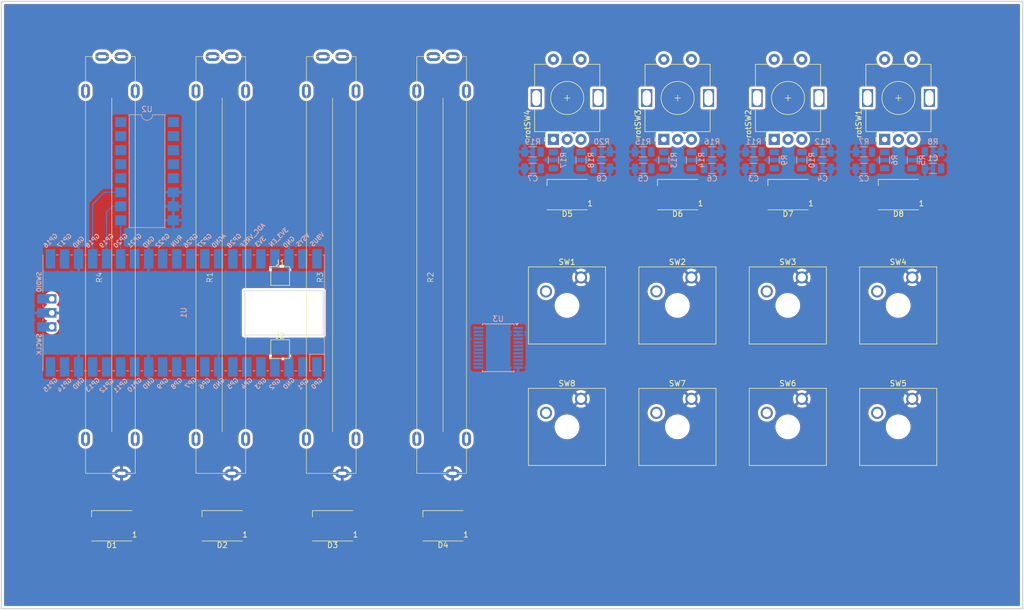
<source format=kicad_pcb>
(kicad_pcb (version 20240108) (generator "pcbnew") (generator_version "8.0")
  (layers (0 "F.Cu" signal) (31 "B.Cu" signal) (34 "B.Paste" user) (35 "F.Paste" user) (36 "B.SilkS" user "B.Silkscreen") (37 "F.SilkS" user "F.Silkscreen") (38 "B.Mask" user) (39 "F.Mask" user) (44 "Edge.Cuts" user))
  (net 0 "")
  (net 1 "Net-(U2-A0)")
  (net 2 "Net-(U2-A1)")
  (net 3 "Net-(U2-A2)")
  (net 4 "Net-(U2-A3)")
  (net 5 "Rotary_SW_CLK_1")
  (net 8 "Rotary_SW_DATA_1")
  (net 9 "GND")
  (net 11 "ADC_MUL_PLEX_GPIO_1")
  (net 12 "Rotary_SW_DATA_2")
  (net 13 "3.3 V")
  (net 15 "Rotary_SW_CLK_2")
  (net 17 "Rotary_SW_DATA_3")
  (net 20 "Rotary_SW_CLK_3")
  (net 21 "Rotary_SW_DATA_4")
  (net 22 "ADC_MUL_PLEX_GPIO_2")
  (net 23 "Rotary_SW_CLK_4")
  (net 25 "Net-(D1-DOUT)")
  (net 26 "5 V")
  (net 27 "ADC_PIN")
  (net 28 "WS2812_GPIO")
  (net 29 "ADC_MUL_PLEX_GPIO_0")
  (net 31 "Net-(D2-DOUT)")
  (net 32 "Net-(D3-DOUT)")
  (net 33 "Net-(D4-DOUT)")
  (net 35 "Net-(D5-DOUT)")
  (net 37 "Net-(D6-DOUT)")
  (net 44 "Net-(D7-DOUT)")
  (net 46 "Net-(R5-Pad2)")
  (net 47 "Net-(R6-Pad2)")
  (net 48 "Net-(R11-Pad1)")
  (net 49 "Net-(R10-Pad2)")
  (net 50 "Net-(R13-Pad2)")
  (net 51 "Net-(R14-Pad2)")
  (net 52 "Net-(R17-Pad2)")
  (net 53 "Net-(R18-Pad2)")
  (net 54 "Rotary_SW_Button_1")
  (net 55 "Rotary_SW_Button_2")
  (net 56 "Rotary_SW_Button_3")
  (net 57 "Rotary_SW_Button_4")
  (net 58 "Net-(U3-P0)")
  (net 59 "Net-(U3-P1)")
  (net 60 "Net-(U3-P2)")
  (net 61 "Net-(U3-P3)")
  (net 62 "Net-(U3-P4)")
  (net 63 "Net-(U3-P5)")
  (net 64 "Net-(U3-P6)")
  (net 65 "Net-(U3-P7)")
  (net 66 "IO_EXPANDER_INT")
  (net 67 "IO_EXPANDER_SCL")
  (net 68 "IO_EXPANDER_SDA")
  (footprint "LED_SMD:LED_WS2812B_PLCC4_5.0x5.0mm_P3.2mm" (layer "F.Cu") (at 142.5 85 180)
    (property "Reference" "D6" (at 0 -3.5 0) (layer "F.SilkS"))
    (property "Value" "WS2812B")
    (fp_text user "1" (at -4.15 -1.6 0) (layer "F.SilkS"))
    (pad "1" smd rect (at -2.45 -1.65 180) (size 1.5 0.9) (layers "F.Cu" "F.Paste" "F.Mask") (net 26 "5 V"))
    (pad "2" smd rect (at -2.45 1.65 180) (size 1.5 0.9) (layers "F.Cu" "F.Paste" "F.Mask") (net 37 "Net-(D6-DOUT)"))
    (pad "3" smd rect (at 2.45 1.65 180) (size 1.5 0.9) (layers "F.Cu" "F.Paste" "F.Mask") (net 9 "GND"))
    (pad "4" smd rect (at 2.45 -1.65 180) (size 1.5 0.9) (layers "F.Cu" "F.Paste" "F.Mask") (net 35 "Net-(D5-DOUT)"))
  )
  (footprint "LED_SMD:LED_WS2812B_PLCC4_5.0x5.0mm_P3.2mm" (layer "F.Cu") (at 182.5 85 180)
    (property "Reference" "D8" (at 0 -3.5 0) (layer "F.SilkS"))
    (property "Value" "WS2812B")
    (fp_text user "1" (at -4.15 -1.6 0) (layer "F.SilkS"))
    (pad "1" smd rect (at -2.45 -1.65 180) (size 1.5 0.9) (layers "F.Cu" "F.Paste" "F.Mask") (net 26 "5 V"))
    (pad "2" smd rect (at -2.45 1.65 180) (size 1.5 0.9) (layers "F.Cu" "F.Paste" "F.Mask"))
    (pad "3" smd rect (at 2.45 1.65 180) (size 1.5 0.9) (layers "F.Cu" "F.Paste" "F.Mask") (net 9 "GND"))
    (pad "4" smd rect (at 2.45 -1.65 180) (size 1.5 0.9) (layers "F.Cu" "F.Paste" "F.Mask") (net 44 "Net-(D7-DOUT)"))
  )
  (footprint "Button_Switch_Keyboard:SW_Cherry_MX_1.00u_Plate" (layer "F.Cu") (at 125 122)
    (property "Reference" "SW8" (at -2.54 -2.794 0) (layer "F.SilkS"))
    (property "Value" "SW_Push")
    (pad "" np_thru_hole circle (at -2.54 5.08) (size 4 4) (drill 4) (layers "*.Cu" "*.Mask"))
    (pad "1" thru_hole circle (at 0 0) (size 2.2 2.2) (drill 1.5) (layers "*.Cu" "*.Mask") (net 9 "GND"))
    (pad "2" thru_hole circle (at -6.35 2.54) (size 2.2 2.2) (drill 1.5) (layers "*.Cu" "*.Mask") (net 65 "Net-(U3-P7)"))
  )
  (footprint "LED_SMD:LED_WS2812B_PLCC4_5.0x5.0mm_P3.2mm" (layer "F.Cu") (at 162.5 85 180)
    (property "Reference" "D7" (at 0 -3.5 0) (layer "F.SilkS"))
    (property "Value" "WS2812B")
    (fp_text user "1" (at -4.15 -1.6 0) (layer "F.SilkS"))
    (pad "1" smd rect (at -2.45 -1.65 180) (size 1.5 0.9) (layers "F.Cu" "F.Paste" "F.Mask") (net 26 "5 V"))
    (pad "2" smd rect (at -2.45 1.65 180) (size 1.5 0.9) (layers "F.Cu" "F.Paste" "F.Mask") (net 44 "Net-(D7-DOUT)"))
    (pad "3" smd rect (at 2.45 1.65 180) (size 1.5 0.9) (layers "F.Cu" "F.Paste" "F.Mask") (net 9 "GND"))
    (pad "4" smd rect (at 2.45 -1.65 180) (size 1.5 0.9) (layers "F.Cu" "F.Paste" "F.Mask") (net 37 "Net-(D6-DOUT)"))
  )
  (footprint "Rotary_Encoder:RotaryEncoder_Alps_EC11E-Switch_Vertical_H20mm" (layer "F.Cu") (at 122.5 67.5 90)
    (property "Reference" "rotSW4" (at -4.7 -7.2 90) (layer "F.SilkS"))
    (property "Value" "RotaryEncoder_Switch")
    (pad "A" thru_hole rect (at -7.5 -2.5 90) (size 2 2) (drill 1) (layers "*.Cu" "*.Mask") (net 52 "Net-(R17-Pad2)"))
    (pad "B" thru_hole circle (at -7.5 2.5 90) (size 2 2) (drill 1) (layers "*.Cu" "*.Mask") (net 53 "Net-(R18-Pad2)"))
    (pad "C" thru_hole circle (at -7.5 0 90) (size 2 2) (drill 1) (layers "*.Cu" "*.Mask") (net 13 "3.3 V"))
    (pad "MP" thru_hole rect (at 0 -5.6 90) (size 3.2 2) (drill oval 2.8 1.5) (layers "*.Cu" "*.Mask"))
    (pad "MP" thru_hole rect (at 0 5.6 90) (size 3.2 2) (drill oval 2.8 1.5) (layers "*.Cu" "*.Mask"))
    (pad "S1" thru_hole circle (at 7 2.5 90) (size 2 2) (drill 1) (layers "*.Cu" "*.Mask") (net 13 "3.3 V"))
    (pad "S2" thru_hole circle (at 7 -2.5 90) (size 2 2) (drill 1) (layers "*.Cu" "*.Mask") (net 57 "Rotary_SW_Button_4"))
  )
  (footprint "Potentiometer:Linear_Potentiometer" (layer "F.Cu") (at 80 60)
    (property "Reference" "R3" (at -2.25 40 90) (layer "F.SilkS") (effects (font (thickness 0.1))))
    (property "Value" "10k")
    (pad "0" thru_hole oval (at -4.75 6.25 180) (size 1.6 2.6) (drill oval 0.6 1.6) (layers "*.Cu" "*.Mask"))
    (pad "0" thru_hole oval (at -4.75 69.25 180) (size 1.6 2.6) (drill oval 0.6 1.6) (layers "*.Cu" "*.Mask"))
    (pad "0" thru_hole oval (at 4.25 6.25 180) (size 1.6 2.6) (drill oval 0.6 1.6) (layers "*.Cu" "*.Mask"))
    (pad "0" thru_hole oval (at 4.25 69.25 180) (size 1.6 2.6) (drill oval 0.6 1.6) (layers "*.Cu" "*.Mask"))
    (pad "1" thru_hole oval (at 1.75 0) (size 2.5 1.6) (drill oval 1.5 0.6) (layers "*.Cu" "*.Mask") (net 13 "3.3 V"))
    (pad "2" thru_hole oval (at -1.75 0) (size 2.5 1.6) (drill oval 1.5 0.6) (layers "*.Cu" "*.Mask") (net 3 "Net-(U2-A2)"))
    (pad "3" thru_hole oval (at 1.75 75.5) (size 2.5 1.6) (drill oval 1.5 0.6) (layers "*.Cu" "*.Mask") (net 9 "GND"))
  )
  (footprint "Button_Switch_Keyboard:SW_Cherry_MX_1.00u_Plate" (layer "F.Cu") (at 125 100)
    (property "Reference" "SW1" (at -2.54 -2.794 0) (layer "F.SilkS"))
    (property "Value" "SW_Push")
    (pad "" np_thru_hole circle (at -2.54 5.08) (size 4 4) (drill 4) (layers "*.Cu" "*.Mask"))
    (pad "1" thru_hole circle (at 0 0) (size 2.2 2.2) (drill 1.5) (layers "*.Cu" "*.Mask") (net 9 "GND"))
    (pad "2" thru_hole circle (at -6.35 2.54) (size 2.2 2.2) (drill 1.5) (layers "*.Cu" "*.Mask") (net 58 "Net-(U3-P0)"))
  )
  (footprint "TestPoint:TestPoint_Pad_3.0x3.0mm" (layer "F.Cu") (at 70.5 99.75)
    (property "Reference" "J1" (at 0 -2.398 0) (layer "F.SilkS"))
    (property "Value" "Conn_01x01_Pin")
    (pad "1" smd rect (at 0 0) (size 3 3) (layers "F.Cu" "F.Mask") (net 26 "5 V"))
  )
  (footprint "Button_Switch_Keyboard:SW_Cherry_MX_1.00u_Plate" (layer "F.Cu") (at 145 100)
    (property "Reference" "SW2" (at -2.54 -2.794 0) (layer "F.SilkS"))
    (property "Value" "SW_Push")
    (pad "" np_thru_hole circle (at -2.54 5.08) (size 4 4) (drill 4) (layers "*.Cu" "*.Mask"))
    (pad "1" thru_hole circle (at 0 0) (size 2.2 2.2) (drill 1.5) (layers "*.Cu" "*.Mask") (net 9 "GND"))
    (pad "2" thru_hole circle (at -6.35 2.54) (size 2.2 2.2) (drill 1.5) (layers "*.Cu" "*.Mask") (net 59 "Net-(U3-P1)"))
  )
  (footprint "LED_SMD:LED_WS2812B_PLCC4_5.0x5.0mm_P3.2mm" (layer "F.Cu") (at 60 145 180)
    (property "Reference" "D2" (at 0 -3.5 0) (layer "F.SilkS"))
    (property "Value" "WS2812B")
    (fp_text user "1" (at -4.15 -1.6 0) (layer "F.SilkS"))
    (pad "1" smd rect (at -2.45 -1.65 180) (size 1.5 0.9) (layers "F.Cu" "F.Paste" "F.Mask") (net 26 "5 V"))
    (pad "2" smd rect (at -2.45 1.65 180) (size 1.5 0.9) (layers "F.Cu" "F.Paste" "F.Mask") (net 31 "Net-(D2-DOUT)"))
    (pad "3" smd rect (at 2.45 1.65 180) (size 1.5 0.9) (layers "F.Cu" "F.Paste" "F.Mask") (net 9 "GND"))
    (pad "4" smd rect (at 2.45 -1.65 180) (size 1.5 0.9) (layers "F.Cu" "F.Paste" "F.Mask") (net 25 "Net-(D1-DOUT)"))
  )
  (footprint "Button_Switch_Keyboard:SW_Cherry_MX_1.00u_Plate" (layer "F.Cu") (at 165 122)
    (property "Reference" "SW6" (at -2.54 -2.794 0) (layer "F.SilkS"))
    (property "Value" "SW_Push")
    (pad "" np_thru_hole circle (at -2.54 5.08) (size 4 4) (drill 4) (layers "*.Cu" "*.Mask"))
    (pad "1" thru_hole circle (at 0 0) (size 2.2 2.2) (drill 1.5) (layers "*.Cu" "*.Mask") (net 9 "GND"))
    (pad "2" thru_hole circle (at -6.35 2.54) (size 2.2 2.2) (drill 1.5) (layers "*.Cu" "*.Mask") (net 63 "Net-(U3-P5)"))
  )
  (footprint "TestPoint:TestPoint_Pad_3.0x3.0mm" (layer "F.Cu") (at 70.5 113)
    (property "Reference" "J2" (at 0 -2.398 0) (layer "F.SilkS"))
    (property "Value" "Conn_01x01_Pin")
    (pad "1" smd rect (at 0 0) (size 3 3) (layers "F.Cu" "F.Mask") (net 9 "GND"))
  )
  (footprint "Potentiometer:Linear_Potentiometer" (layer "F.Cu") (at 100 60)
    (property "Reference" "R2" (at -2.25 40 90) (layer "F.SilkS") (effects (font (thickness 0.1))))
    (property "Value" "10k")
    (pad "0" thru_hole oval (at -4.75 6.25 180) (size 1.6 2.6) (drill oval 0.6 1.6) (layers "*.Cu" "*.Mask"))
    (pad "0" thru_hole oval (at -4.75 69.25 180) (size 1.6 2.6) (drill oval 0.6 1.6) (layers "*.Cu" "*.Mask"))
    (pad "0" thru_hole oval (at 4.25 6.25 180) (size 1.6 2.6) (drill oval 0.6 1.6) (layers "*.Cu" "*.Mask"))
    (pad "0" thru_hole oval (at 4.25 69.25 180) (size 1.6 2.6) (drill oval 0.6 1.6) (layers "*.Cu" "*.Mask"))
    (pad "1" thru_hole oval (at 1.75 0) (size 2.5 1.6) (drill oval 1.5 0.6) (layers "*.Cu" "*.Mask") (net 13 "3.3 V"))
    (pad "2" thru_hole oval (at -1.75 0) (size 2.5 1.6) (drill oval 1.5 0.6) (layers "*.Cu" "*.Mask") (net 2 "Net-(U2-A1)"))
    (pad "3" thru_hole oval (at 1.75 75.5) (size 2.5 1.6) (drill oval 1.5 0.6) (layers "*.Cu" "*.Mask") (net 9 "GND"))
  )
  (footprint "Rotary_Encoder:RotaryEncoder_Alps_EC11E-Switch_Vertical_H20mm" (layer "F.Cu") (at 182.5 67.5 90)
    (property "Reference" "rotSW1" (at -4.7 -7.2 90) (layer "F.SilkS"))
    (property "Value" "RotaryEncoder_Switch")
    (pad "A" thru_hole rect (at -7.5 -2.5 90) (size 2 2) (drill 1) (layers "*.Cu" "*.Mask") (net 47 "Net-(R6-Pad2)"))
    (pad "B" thru_hole circle (at -7.5 2.5 90) (size 2 2) (drill 1) (layers "*.Cu" "*.Mask") (net 46 "Net-(R5-Pad2)"))
    (pad "C" thru_hole circle (at -7.5 0 90) (size 2 2) (drill 1) (layers "*.Cu" "*.Mask") (net 13 "3.3 V"))
    (pad "MP" thru_hole rect (at 0 -5.6 90) (size 3.2 2) (drill oval 2.8 1.5) (layers "*.Cu" "*.Mask"))
    (pad "MP" thru_hole rect (at 0 5.6 90) (size 3.2 2) (drill oval 2.8 1.5) (layers "*.Cu" "*.Mask"))
    (pad "S1" thru_hole circle (at 7 2.5 90) (size 2 2) (drill 1) (layers "*.Cu" "*.Mask") (net 13 "3.3 V"))
    (pad "S2" thru_hole circle (at 7 -2.5 90) (size 2 2) (drill 1) (layers "*.Cu" "*.Mask") (net 54 "Rotary_SW_Button_1"))
  )
  (footprint "Button_Switch_Keyboard:SW_Cherry_MX_1.00u_Plate" (layer "F.Cu") (at 185 100)
    (property "Reference" "SW4" (at -2.54 -2.794 0) (layer "F.SilkS"))
    (property "Value" "SW_Push")
    (pad "" np_thru_hole circle (at -2.54 5.08) (size 4 4) (drill 4) (layers "*.Cu" "*.Mask"))
    (pad "1" thru_hole circle (at 0 0) (size 2.2 2.2) (drill 1.5) (layers "*.Cu" "*.Mask") (net 9 "GND"))
    (pad "2" thru_hole circle (at -6.35 2.54) (size 2.2 2.2) (drill 1.5) (layers "*.Cu" "*.Mask") (net 61 "Net-(U3-P3)"))
  )
  (footprint "Rotary_Encoder:RotaryEncoder_Alps_EC11E-Switch_Vertical_H20mm" (layer "F.Cu") (at 142.5 67.5 90)
    (property "Reference" "rotSW3" (at -4.7 -7.2 90) (layer "F.SilkS"))
    (property "Value" "RotaryEncoder_Switch")
    (pad "A" thru_hole rect (at -7.5 -2.5 90) (size 2 2) (drill 1) (layers "*.Cu" "*.Mask") (net 50 "Net-(R13-Pad2)"))
    (pad "B" thru_hole circle (at -7.5 2.5 90) (size 2 2) (drill 1) (layers "*.Cu" "*.Mask") (net 51 "Net-(R14-Pad2)"))
    (pad "C" thru_hole circle (at -7.5 0 90) (size 2 2) (drill 1) (layers "*.Cu" "*.Mask") (net 13 "3.3 V"))
    (pad "MP" thru_hole rect (at 0 -5.6 90) (size 3.2 2) (drill oval 2.8 1.5) (layers "*.Cu" "*.Mask"))
    (pad "MP" thru_hole rect (at 0 5.6 90) (size 3.2 2) (drill oval 2.8 1.5) (layers "*.Cu" "*.Mask"))
    (pad "S1" thru_hole circle (at 7 2.5 90) (size 2 2) (drill 1) (layers "*.Cu" "*.Mask") (net 13 "3.3 V"))
    (pad "S2" thru_hole circle (at 7 -2.5 90) (size 2 2) (drill 1) (layers "*.Cu" "*.Mask") (net 56 "Rotary_SW_Button_3"))
  )
  (footprint "LED_SMD:LED_WS2812B_PLCC4_5.0x5.0mm_P3.2mm" (layer "F.Cu") (at 80 145 180)
    (property "Reference" "D3" (at 0 -3.5 0) (layer "F.SilkS"))
    (property "Value" "WS2812B")
    (fp_text user "1" (at -4.15 -1.6 0) (layer "F.SilkS"))
    (pad "1" smd rect (at -2.45 -1.65 180) (size 1.5 0.9) (layers "F.Cu" "F.Paste" "F.Mask") (net 26 "5 V"))
    (pad "2" smd rect (at -2.45 1.65 180) (size 1.5 0.9) (layers "F.Cu" "F.Paste" "F.Mask") (net 32 "Net-(D3-DOUT)"))
    (pad "3" smd rect (at 2.45 1.65 180) (size 1.5 0.9) (layers "F.Cu" "F.Paste" "F.Mask") (net 9 "GND"))
    (pad "4" smd rect (at 2.45 -1.65 180) (size 1.5 0.9) (layers "F.Cu" "F.Paste" "F.Mask") (net 31 "Net-(D2-DOUT)"))
  )
  (footprint "LED_SMD:LED_WS2812B_PLCC4_5.0x5.0mm_P3.2mm" (layer "F.Cu") (at 100 145 180)
    (property "Reference" "D4" (at 0 -3.5 0) (layer "F.SilkS"))
    (property "Value" "WS2812B")
    (fp_text user "1" (at -4.15 -1.6 0) (layer "F.SilkS"))
    (pad "1" smd rect (at -2.45 -1.65 180) (size 1.5 0.9) (layers "F.Cu" "F.Paste" "F.Mask") (net 26 "5 V"))
    (pad "2" smd rect (at -2.45 1.65 180) (size 1.5 0.9) (layers "F.Cu" "F.Paste" "F.Mask") (net 33 "Net-(D4-DOUT)"))
    (pad "3" smd rect (at 2.45 1.65 180) (size 1.5 0.9) (layers "F.Cu" "F.Paste" "F.Mask") (net 9 "GND"))
    (pad "4" smd rect (at 2.45 -1.65 180) (size 1.5 0.9) (layers "F.Cu" "F.Paste" "F.Mask") (net 32 "Net-(D3-DOUT)"))
  )
  (footprint "Potentiometer:Linear_Potentiometer" (layer "F.Cu") (at 40 60)
    (property "Reference" "R4" (at -2.25 40 90) (layer "F.SilkS") (effects (font (thickness 0.1))))
    (property "Value" "10k")
    (pad "0" thru_hole oval (at -4.75 6.25 180) (size 1.6 2.6) (drill oval 0.6 1.6) (layers "*.Cu" "*.Mask"))
    (pad "0" thru_hole oval (at -4.75 69.25 180) (size 1.6 2.6) (drill oval 0.6 1.6) (layers "*.Cu" "*.Mask"))
    (pad "0" thru_hole oval (at 4.25 6.25 180) (size 1.6 2.6) (drill oval 0.6 1.6) (layers "*.Cu" "*.Mask"))
    (pad "0" thru_hole oval (at 4.25 69.25 180) (size 1.6 2.6) (drill oval 0.6 1.6) (layers "*.Cu" "*.Mask"))
    (pad "1" thru_hole oval (at 1.75 0) (size 2.5 1.6) (drill oval 1.5 0.6) (layers "*.Cu" "*.Mask") (net 13 "3.3 V"))
    (pad "2" thru_hole oval (at -1.75 0) (size 2.5 1.6) (drill oval 1.5 0.6) (layers "*.Cu" "*.Mask") (net 4 "Net-(U2-A3)"))
    (pad "3" thru_hole oval (at 1.75 75.5) (size 2.5 1.6) (drill oval 1.5 0.6) (layers "*.Cu" "*.Mask") (net 9 "GND"))
  )
  (footprint "Button_Switch_Keyboard:SW_Cherry_MX_1.00u_Plate" (layer "F.Cu") (at 145 122)
    (property "Reference" "SW7" (at -2.54 -2.794 0) (layer "F.SilkS"))
    (property "Value" "SW_Push")
    (pad "" np_thru_hole circle (at -2.54 5.08) (size 4 4) (drill 4) (layers "*.Cu" "*.Mask"))
    (pad "1" thru_hole circle (at 0 0) (size 2.2 2.2) (drill 1.5) (layers "*.Cu" "*.Mask") (net 9 "GND"))
    (pad "2" thru_hole circle (at -6.35 2.54) (size 2.2 2.2) (drill 1.5) (layers "*.Cu" "*.Mask") (net 64 "Net-(U3-P6)"))
  )
  (footprint "LED_SMD:LED_WS2812B_PLCC4_5.0x5.0mm_P3.2mm" (layer "F.Cu") (at 40 145 180)
    (property "Reference" "D1" (at 0 -3.5 0) (layer "F.SilkS"))
    (property "Value" "WS2812B")
    (fp_text user "1" (at -4.15 -1.6 0) (layer "F.SilkS"))
    (pad "1" smd rect (at -2.45 -1.65 180) (size 1.5 0.9) (layers "F.Cu" "F.Paste" "F.Mask") (net 26 "5 V"))
    (pad "2" smd rect (at -2.45 1.65 180) (size 1.5 0.9) (layers "F.Cu" "F.Paste" "F.Mask") (net 25 "Net-(D1-DOUT)"))
    (pad "3" smd rect (at 2.45 1.65 180) (size 1.5 0.9) (layers "F.Cu" "F.Paste" "F.Mask") (net 9 "GND"))
    (pad "4" smd rect (at 2.45 -1.65 180) (size 1.5 0.9) (layers "F.Cu" "F.Paste" "F.Mask") (net 28 "WS2812_GPIO"))
  )
  (footprint "LED_SMD:LED_WS2812B_PLCC4_5.0x5.0mm_P3.2mm" (layer "F.Cu") (at 122.5 85 180)
    (property "Reference" "D5" (at 0 -3.5 0) (layer "F.SilkS"))
    (property "Value" "WS2812B")
    (fp_text user "1" (at -4.15 -1.6 0) (layer "F.SilkS"))
    (pad "1" smd rect (at -2.45 -1.65 180) (size 1.5 0.9) (layers "F.Cu" "F.Paste" "F.Mask") (net 26 "5 V"))
    (pad "2" smd rect (at -2.45 1.65 180) (size 1.5 0.9) (layers "F.Cu" "F.Paste" "F.Mask") (net 35 "Net-(D5-DOUT)"))
    (pad "3" smd rect (at 2.45 1.65 180) (size 1.5 0.9) (layers "F.Cu" "F.Paste" "F.Mask") (net 9 "GND"))
    (pad "4" smd rect (at 2.45 -1.65 180) (size 1.5 0.9) (layers "F.Cu" "F.Paste" "F.Mask") (net 33 "Net-(D4-DOUT)"))
  )
  (footprint "Rotary_Encoder:RotaryEncoder_Alps_EC11E-Switch_Vertical_H20mm" (layer "F.Cu") (at 162.5 67.5 90)
    (property "Reference" "rotSW2" (at -4.7 -7.2 90) (layer "F.SilkS"))
    (property "Value" "RotaryEncoder_Switch")
    (pad "A" thru_hole rect (at -7.5 -2.5 90) (size 2 2) (drill 1) (layers "*.Cu" "*.Mask") (net 48 "Net-(R11-Pad1)"))
    (pad "B" thru_hole circle (at -7.5 2.5 90) (size 2 2) (drill 1) (layers "*.Cu" "*.Mask") (net 49 "Net-(R10-Pad2)"))
    (pad "C" thru_hole circle (at -7.5 0 90) (size 2 2) (drill 1) (layers "*.Cu" "*.Mask") (net 13 "3.3 V"))
    (pad "MP" thru_hole rect (at 0 -5.6 90) (size 3.2 2) (drill oval 2.8 1.5) (layers "*.Cu" "*.Mask"))
    (pad "MP" thru_hole rect (at 0 5.6 90) (size 3.2 2) (drill oval 2.8 1.5) (layers "*.Cu" "*.Mask"))
    (pad "S1" thru_hole circle (at 7 2.5 90) (size 2 2) (drill 1) (layers "*.Cu" "*.Mask") (net 13 "3.3 V"))
    (pad "S2" thru_hole circle (at 7 -2.5 90) (size 2 2) (drill 1) (layers "*.Cu" "*.Mask") (net 55 "Rotary_SW_Button_2"))
  )
  (footprint "Potentiometer:Linear_Potentiometer" (layer "F.Cu") (at 60 60)
    (property "Reference" "R1" (at -2.25 40 90) (layer "F.SilkS") (effects (font (thickness 0.1))))
    (property "Value" "10k")
    (pad "0" thru_hole oval (at -4.75 6.25 180) (size 1.6 2.6) (drill oval 0.6 1.6) (layers "*.Cu" "*.Mask"))
    (pad "0" thru_hole oval (at -4.75 69.25 180) (size 1.6 2.6) (drill oval 0.6 1.6) (layers "*.Cu" "*.Mask"))
    (pad "0" thru_hole oval (at 4.25 6.25 180) (size 1.6 2.6) (drill oval 0.6 1.6) (layers "*.Cu" "*.Mask"))
    (pad "0" thru_hole oval (at 4.25 69.25 180) (size 1.6 2.6) (drill oval 0.6 1.6) (layers "*.Cu" "*.Mask"))
    (pad "1" thru_hole oval (at 1.75 0) (size 2.5 1.6) (drill oval 1.5 0.6) (layers "*.Cu" "*.Mask") (net 13 "3.3 V"))
    (pad "2" thru_hole oval (at -1.75 0) (size 2.5 1.6) (drill oval 1.5 0.6) (layers "*.Cu" "*.Mask") (net 1 "Net-(U2-A0)"))
    (pad "3" thru_hole oval (at 1.75 75.5) (size 2.5 1.6) (drill oval 1.5 0.6) (layers "*.Cu" "*.Mask") (net 9 "GND"))
  )
  (footprint "Button_Switch_Keyboard:SW_Cherry_MX_1.00u_Plate" (layer "F.Cu") (at 185 122)
    (property "Reference" "SW5" (at -2.54 -2.794 0) (layer "F.SilkS"))
    (property "Value" "SW_Push")
    (pad "" np_thru_hole circle (at -2.54 5.08) (size 4 4) (drill 4) (layers "*.Cu" "*.Mask"))
    (pad "1" thru_hole circle (at 0 0) (size 2.2 2.2) (drill 1.5) (layers "*.Cu" "*.Mask") (net 9 "GND"))
    (pad "2" thru_hole circle (at -6.35 2.54) (size 2.2 2.2) (drill 1.5) (layers "*.Cu" "*.Mask") (net 62 "Net-(U3-P4)"))
  )
  (footprint "Button_Switch_Keyboard:SW_Cherry_MX_1.00u_Plate" (layer "F.Cu") (at 165 100)
    (property "Reference" "SW3" (at -2.54 -2.794 0) (layer "F.SilkS"))
    (property "Value" "SW_Push")
    (pad "" np_thru_hole circle (at -2.54 5.08) (size 4 4) (drill 4) (layers "*.Cu" "*.Mask"))
    (pad "1" thru_hole circle (at 0 0) (size 2.2 2.2) (drill 1.5) (layers "*.Cu" "*.Mask") (net 9 "GND"))
    (pad "2" thru_hole circle (at -6.35 2.54) (size 2.2 2.2) (drill 1.5) (layers "*.Cu" "*.Mask") (net 60 "Net-(U3-P2)"))
  )
  (footprint "Capacitor_SMD:C_1206_3216Metric" (layer "B.Cu") (at 148.75 80.25)
    (property "Reference" "C6" (at 0 1.85 0) (layer "B.SilkS") (effects (justify mirror)))
    (property "Value" "C")
    (pad "1" smd roundrect (at -1.475 0) (size 1.15 1.8) (layers "B.Cu" "B.Paste" "B.Mask") (roundrect_rratio 0.217391) (net 20 "Rotary_SW_CLK_3"))
    (pad "2" smd roundrect (at 1.475 0) (size 1.15 1.8) (layers "B.Cu" "B.Paste" "B.Mask") (roundrect_rratio 0.217391) (net 9 "GND"))
  )
  (footprint "Resistor_SMD:R_1206_3216Metric" (layer "B.Cu") (at 136.25 77.25 180)
    (property "Reference" "R15" (at 0 1.82 0) (layer "B.SilkS") (effects (justify mirror)))
    (property "Value" "R")
    (pad "1" smd roundrect (at -1.4625 0 180) (size 1.125 1.75) (layers "B.Cu" "B.Paste" "B.Mask") (roundrect_rratio 0.222222) (net 50 "Net-(R13-Pad2)"))
    (pad "2" smd roundrect (at 1.4625 0 180) (size 1.125 1.75) (layers "B.Cu" "B.Paste" "B.Mask") (roundrect_rratio 0.222222) (net 9 "GND"))
  )
  (footprint "Capacitor_SMD:C_1206_3216Metric" (layer "B.Cu") (at 188.75 80.25 180)
    (property "Reference" "C1" (at 0 1.85 0) (layer "B.SilkS") (effects (justify mirror)))
    (property "Value" "C")
    (pad "1" smd roundrect (at -1.475 0 180) (size 1.15 1.8) (layers "B.Cu" "B.Paste" "B.Mask") (roundrect_rratio 0.217391) (net 5 "Rotary_SW_CLK_1"))
    (pad "2" smd roundrect (at 1.475 0 180) (size 1.15 1.8) (layers "B.Cu" "B.Paste" "B.Mask") (roundrect_rratio 0.217391) (net 9 "GND"))
  )
  (footprint "Resistor_SMD:R_1206_3216Metric" (layer "B.Cu") (at 168.75 77.25 180)
    (property "Reference" "R12" (at 0 1.82 0) (layer "B.SilkS") (effects (justify mirror)))
    (property "Value" "R")
    (pad "1" smd roundrect (at -1.4625 0 180) (size 1.125 1.75) (layers "B.Cu" "B.Paste" "B.Mask") (roundrect_rratio 0.222222) (net 9 "GND"))
    (pad "2" smd roundrect (at 1.4625 0 180) (size 1.125 1.75) (layers "B.Cu" "B.Paste" "B.Mask") (roundrect_rratio 0.222222) (net 49 "Net-(R10-Pad2)"))
  )
  (footprint "Resistor_SMD:R_1206_3216Metric" (layer "B.Cu") (at 188.75 77.25 180)
    (property "Reference" "R8" (at 0 1.82 0) (layer "B.SilkS") (effects (justify mirror)))
    (property "Value" "R")
    (pad "1" smd roundrect (at -1.4625 0 180) (size 1.125 1.75) (layers "B.Cu" "B.Paste" "B.Mask") (roundrect_rratio 0.222222) (net 9 "GND"))
    (pad "2" smd roundrect (at 1.4625 0 180) (size 1.125 1.75) (layers "B.Cu" "B.Paste" "B.Mask") (roundrect_rratio 0.222222) (net 46 "Net-(R5-Pad2)"))
  )
  (footprint "Resistor_SMD:R_1206_3216Metric" (layer "B.Cu") (at 116.25 77.25 180)
    (property "Reference" "R19" (at 0 1.82 0) (layer "B.SilkS") (effects (justify mirror)))
    (property "Value" "R")
    (pad "1" smd roundrect (at -1.4625 0 180) (size 1.125 1.75) (layers "B.Cu" "B.Paste" "B.Mask") (roundrect_rratio 0.222222) (net 52 "Net-(R17-Pad2)"))
    (pad "2" smd roundrect (at 1.4625 0 180) (size 1.125 1.75) (layers "B.Cu" "B.Paste" "B.Mask") (roundrect_rratio 0.222222) (net 9 "GND"))
  )
  (footprint "Resistor_SMD:R_1206_3216Metric" (layer "B.Cu") (at 185 78.75 90)
    (property "Reference" "R5" (at 0 1.82 90) (layer "B.SilkS") (effects (justify mirror)))
    (property "Value" "R")
    (pad "1" smd roundrect (at -1.4625 0 90) (size 1.125 1.75) (layers "B.Cu" "B.Paste" "B.Mask") (roundrect_rratio 0.222222) (net 5 "Rotary_SW_CLK_1"))
    (pad "2" smd roundrect (at 1.4625 0 90) (size 1.125 1.75) (layers "B.Cu" "B.Paste" "B.Mask") (roundrect_rratio 0.222222) (net 46 "Net-(R5-Pad2)"))
  )
  (footprint "MCU_RaspberryPi_and_Boards:RPi_Pico_SMD_TH" (layer "B.Cu") (at 53.03 106.425 90)
    (property "Reference" "U1" (at 0 0 -90) (layer "B.SilkS") (effects (justify mirror)))
    (property "Value" "Pico")
    (fp_rect (start 4 11) (end -4 25.25) (stroke (width 0.1)) (fill none) (layer "Edge.Cuts"))
    (fp_text user "GP17" (at 13.054 -21.59 45) (layer "B.SilkS") (effects (font (size 0.8 0.8)) (justify mirror)))
    (fp_text user "GP16" (at 13.054 -24.13 45) (layer "B.SilkS") (effects (font (size 0.8 0.8)) (justify mirror)))
    (fp_text user "GND" (at -12.8 -6.35 45) (layer "B.SilkS") (effects (font (size 0.8 0.8)) (justify mirror)))
    (fp_text user "GP4" (at -12.8 11.43 45) (layer "B.SilkS") (effects (font (size 0.8 0.8)) (justify mirror)))
    (fp_text user "ADC_VREF" (at 14 12.5 45) (layer "B.SilkS") (effects (font (size 0.8 0.8)) (justify mirror)))
    (fp_text user "GP21" (at 13.054 -8.9 45) (layer "B.SilkS") (effects (font (size 0.8 0.8)) (justify mirror)))
    (fp_text user "GP19" (at 13.054 -13.97 45) (layer "B.SilkS") (effects (font (size 0.8 0.8)) (justify mirror)))
    (fp_text user "GP14" (at -13.1 -21.59 45) (layer "B.SilkS") (effects (font (size 0.8 0.8)) (justify mirror)))
    (fp_text user "GND" (at 12.8 19.05 45) (layer "B.SilkS") (effects (font (size 0.8 0.8)) (justify mirror)))
    (fp_text user "AGND" (at 13.054 6.35 45) (layer "B.SilkS") (effects (font (size 0.8 0.8)) (justify mirror)))
    (fp_text user "VBUS" (at 13.3 24.2 45) (layer "B.SilkS") (effects (font (size 0.8 0.8)) (justify mirror)))
    (fp_text user "GP6" (at -12.8 3.81 45) (layer "B.SilkS") (effects (font (size 0.8 0.8)) (justify mirror)))
    (fp_text user "GP12" (at -13.2 -13.97 45) (layer "B.SilkS") (effects (font (size 0.8 0.8)) (justify mirror)))
    (fp_text user "GND" (at -12.8 6.35 45) (layer "B.SilkS") (effects (font (size 0.8 0.8)) (justify mirror)))
    (fp_text user "GP22" (at 13.054 -3.81 45) (layer "B.SilkS") (effects (font (size 0.8 0.8)) (justify mirror)))
    (fp_text user "GP5" (at -12.8 8.89 45) (layer "B.SilkS") (effects (font (size 0.8 0.8)) (justify mirror)))
    (fp_text user "GP9" (at -12.8 -3.81 45) (layer "B.SilkS") (effects (font (size 0.8 0.8)) (justify mirror)))
    (fp_text user "GND" (at 12.8 -19.05 45) (layer "B.SilkS") (effects (font (size 0.8 0.8)) (justify mirror)))
    (fp_text user "GND" (at -12.8 -19.05 45) (layer "B.SilkS") (effects (font (size 0.8 0.8)) (justify mirror)))
    (fp_text user "GP13" (at -13.054 -16.51 45) (layer "B.SilkS") (effects (font (size 0.8 0.8)) (justify mirror)))
    (fp_text user "RUN" (at 13 -1.27 45) (layer "B.SilkS") (effects (font (size 0.8 0.8)) (justify mirror)))
    (fp_text user "GP7" (at -12.7 1.3 45) (layer "B.SilkS") (effects (font (size 0.8 0.8)) (justify mirror)))
    (fp_text user "SWDIO" (at 5.6 -26.2 -90) (layer "B.SilkS") (effects (font (size 0.8 0.8)) (justify mirror)))
    (fp_text user "SWCLK" (at -5.7 -26.2 -90) (layer "B.SilkS") (effects (font (size 0.8 0.8)) (justify mirror)))
    (fp_text user "GP10" (at -13.054 -8.89 45) (layer "B.SilkS") (effects (font (size 0.8 0.8)) (justify mirror)))
    (fp_text user "GP3" (at -12.8 13.97 45) (layer "B.SilkS") (effects (font (size 0.8 0.8)) (justify mirror)))
    (fp_text user "3V3_EN" (at 13.7 17.2 45) (layer "B.SilkS") (effects (font (size 0.8 0.8)) (justify mirror)))
    (fp_text user "GP11" (at -13.2 -11.43 45) (layer "B.SilkS") (effects (font (size 0.8 0.8)) (justify mirror)))
    (fp_text user "GND" (at 12.8 -6.35 45) (layer "B.SilkS") (effects (font (size 0.8 0.8)) (justify mirror)))
    (fp_text user "GP15" (at -13.054 -24.13 45) (layer "B.SilkS") (effects (font (size 0.8 0.8)) (justify mirror)))
    (fp_text user "GP27" (at 13.054 3.8 45) (layer "B.SilkS") (effects (font (size 0.8 0.8)) (justify mirror)))
    (fp_text user "3V3" (at 12.9 13.9 45) (layer "B.SilkS") (effects (font (size 0.8 0.8)) (justify mirror)))
    (fp_text user "GP28" (at 13.054 9.144 45) (layer "B.SilkS") (effects (font (size 0.8 0.8)) (justify mirror)))
    (fp_text user "GP8" (at -12.8 -1.27 45) (layer "B.SilkS") (effects (font (size 0.8 0.8)) (justify mirror)))
    (fp_text user "GND" (at -12.8 19.05 45) (layer "B.SilkS") (effects (font (size 0.8 0.8)) (justify mirror)))
    (fp_text user "GP18" (at 13.054 -16.51 45) (layer "B.SilkS") (effects (font (size 0.8 0.8)) (justify mirror)))
    (fp_text user "GP0" (at -12.8 24.13 45) (layer "B.SilkS") (effects (font (size 0.8 0.8)) (justify mirror)))
    (fp_text user "GP2" (at -12.9 16.51 45) (layer "B.SilkS") (effects (font (size 0.8 0.8)) (justify mirror)))
    (fp_text user "GP1" (at -12.9 21.6 45) (layer "B.SilkS") (effects (font (size 0.8 0.8)) (justify mirror)))
    (fp_text user "GP26" (at 13.054 1.27 45) (layer "B.SilkS") (effects (font (size 0.8 0.8)) (justify mirror)))
    (fp_text user "VSYS" (at 13.2 21.59 45) (layer "B.SilkS") (effects (font (size 0.8 0.8)) (justify mirror)))
    (fp_text user "GP20" (at 13.054 -11.43 45) (layer "B.SilkS") (effects (font (size 0.8 0.8)) (justify mirror)))
    (pad "1" smd rect (at -8.89 24.13 90) (size 3.5 1.7) (drill (offset -0.9 0)) (layers "B.Cu" "B.Mask"))
    (pad "2" smd rect (at -8.89 21.59 90) (size 3.5 1.7) (drill (offset -0.9 0)) (layers "B.Cu" "B.Mask"))
    (pad "3" smd rect (at -8.89 19.05 90) (size 3.5 1.7) (drill (offset -0.9 0)) (layers "B.Cu" "B.Mask") (net 9 "GND"))
    (pad "4" smd rect (at -8.89 16.51 90) (size 3.5 1.7) (drill (offset -0.9 0)) (layers "B.Cu" "B.Mask") (net 5 "Rotary_SW_CLK_1"))
    (pad "5" smd rect (at -8.89 13.97 90) (size 3.5 1.7) (drill (offset -0.9 0)) (layers "B.Cu" "B.Mask") (net 8 "Rotary_SW_DATA_1"))
    (pad "6" smd rect (at -8.89 11.43 90) (size 3.5 1.7) (drill (offset -0.9 0)) (layers "B.Cu" "B.Mask") (net 54 "Rotary_SW_Button_1"))
    (pad "7" smd rect (at -8.89 8.89 90) (size 3.5 1.7) (drill (offset -0.9 0)) (layers "B.Cu" "B.Mask") (net 15 "Rotary_SW_CLK_2"))
    (pad "8" smd rect (at -8.89 6.35 90) (size 3.5 1.7) (drill (offset -0.9 0)) (layers "B.Cu" "B.Mask") (net 9 "GND"))
    (pad "9" smd rect (at -8.89 3.81 90) (size 3.5 1.7) (drill (offset -0.9 0)) (layers "B.Cu" "B.Mask") (net 12 "Rotary_SW_DATA_2"))
    (pad "10" smd rect (at -8.89 1.27 90) (size 3.5 1.7) (drill (offset -0.9 0)) (layers "B.Cu" "B.Mask") (net 55 "Rotary_SW_Button_2"))
    (pad "11" smd rect (at -8.89 -1.27 90) (size 3.5 1.7) (drill (offset -0.9 0)) (layers "B.Cu" "B.Mask") (net 20 "Rotary_SW_CLK_3"))
    (pad "12" smd rect (at -8.89 -3.81 90) (size 3.5 1.7) (drill (offset -0.9 0)) (layers "B.Cu" "B.Mask") (net 17 "Rotary_SW_DATA_3"))
    (pad "13" smd rect (at -8.89 -6.35 90) (size 3.5 1.7) (drill (offset -0.9 0)) (layers "B.Cu" "B.Mask") (net 9 "GND"))
    (pad "14" smd rect (at -8.89 -8.89 90) (size 3.5 1.7) (drill (offset -0.9 0)) (layers "B.Cu" "B.Mask") (net 56 "Rotary_SW_Button_3"))
    (pad "15" smd rect (at -8.89 -11.43 90) (size 3.5 1.7) (drill (offset -0.9 0)) (layers "B.Cu" "B.Mask") (net 23 "Rotary_SW_CLK_4"))
    (pad "16" smd rect (at -8.89 -13.97 90) (size 3.5 1.7) (drill (offset -0.9 0)) (layers "B.Cu" "B.Mask") (net 21 "Rotary_SW_DATA_4"))
    (pad "17" smd rect (at -8.89 -16.51 90) (size 3.5 1.7) (drill (offset -0.9 0)) (layers "B.Cu" "B.Mask") (net 57 "Rotary_SW_Button_4"))
    (pad "18" smd rect (at -8.89 -19.05 90) (size 3.5 1.7) (drill (offset -0.9 0)) (layers "B.Cu" "B.Mask") (net 9 "GND"))
    (pad "19" smd rect (at -8.89 -21.59 90) (size 3.5 1.7) (drill (offset -0.9 0)) (layers "B.Cu" "B.Mask"))
    (pad "20" smd rect (at -8.89 -24.13 90) (size 3.5 1.7) (drill (offset -0.9 0)) (layers "B.Cu" "B.Mask") (net 66 "IO_EXPANDER_INT"))
    (pad "21" smd rect (at 8.89 -24.13 90) (size 3.5 1.7) (drill (offset 0.9 0)) (layers "B.Cu" "B.Mask") (net 68 "IO_EXPANDER_SDA"))
    (pad "22" smd rect (at 8.89 -21.59 90) (size 3.5 1.7) (drill (offset 0.9 0)) (layers "B.Cu" "B.Mask") (net 67 "IO_EXPANDER_SCL"))
    (pad "23" smd rect (at 8.89 -19.05 90) (size 3.5 1.7) (drill (offset 0.9 0)) (layers "B.Cu" "B.Mask") (net 9 "GND"))
    (pad "24" smd rect (at 8.89 -16.51 90) (size 3.5 1.7) (drill (offset 0.9 0)) (layers "B.Cu" "B.Mask") (net 29 "ADC_MUL_PLEX_GPIO_0"))
    (pad "25" smd rect (at 8.89 -13.97 90) (size 3.5 1.7) (drill (offset 0.9 0)) (layers "B.Cu" "B.Mask") (net 11 "ADC_MUL_PLEX_GPIO_1"))
    (pad "26" smd rect (at 8.89 -11.43 90) (size 3.5 1.7) (drill (offset 0.9 0)) (layers "B.Cu" "B.Mask") (net 22 "ADC_MUL_PLEX_GPIO_2"))
    (pad "27" smd rect (at 8.89 -8.89 90) (size 3.5 1.7) (drill (offset 0.9 0)) (layers "B.Cu" "B.Mask"))
    (pad "28" smd rect (at 8.89 -6.35 90) (size 3.5 1.7) (drill (offset 0.9 0)) (layers "B.Cu" "B.Mask") (net 9 "GND"))
    (pad "29" smd rect (at 8.89 -3.81 90) (size 3.5 1.7) (drill (offset 0.9 0)) (layers "B.Cu" "B.Mask") (net 28 "WS2812_GPIO"))
    (pad "30" smd rect (at 8.89 -1.27 90) (size 3.5 1.7) (drill (offset 0.9 0)) (layers "B.Cu" "B.Mask"))
    (pad "31" smd rect (at 8.89 1.27 90) (size 3.5 1.7) (drill (offset 0.9 0)) (layers "B.Cu" "B.Mask") (net 27 "ADC_PIN"))
    (pad "32" smd rect (at 8.89 3.81 90) (size 3.5 1.7) (drill (offset 0.9 0)) (layers "B.Cu" "B.Mask"))
    (pad "33" smd rect (at 8.89 6.35 90) (size 3.5 1.7) (drill (offset 0.9 0)) (layers "B.Cu" "B.Mask"))
    (pad "34" smd rect (at 8.89 8.89 90) (size 3.5 1.7) (drill (offset 0.9 0)) (layers "B.Cu" "B.Mask"))
    (pad "35" smd rect (at 8.89 11.43 90) (size 3.5 1.7) (drill (offset 0.9 0)) (layers "B.Cu" "B.Mask"))
    (pad "36" smd rect (at 8.89 13.97 90) (size 3.5 1.7) (drill (offset 0.9 0)) (layers "B.Cu" "B.Mask") (net 13 "3.3 V"))
    (pad "37" smd rect (at 8.89 16.51 90) (size 3.5 1.7) (drill (offset 0.9 0)) (layers "B.Cu" "B.Mask"))
    (pad "38" smd rect (at 8.89 19.05 90) (size 3.5 1.7) (drill (offset 0.9 0)) (layers "B.Cu" "B.Mask") (net 9 "GND"))
    (pad "39" smd rect (at 8.89 21.59 90) (size 3.5 1.7) (drill (offset 0.9 0)) (layers "B.Cu" "B.Mask"))
    (pad "40" smd rect (at 8.89 24.13 90) (size 3.5 1.7) (drill (offset 0.9 0)) (layers "B.Cu" "B.Mask") (net 26 "5 V"))
    (pad "41" thru_hole oval (at -2.54 -23.9 90) (size 1.7 1.7) (drill 1.02) (layers "*.Cu" "*.Mask"))
    (pad "41" smd rect (at -2.54 -23.9) (size 3.5 1.7) (drill (offset -0.9 0)) (layers "B.Cu" "B.Mask"))
    (pad "42" thru_hole rect (at 0 -23.9 90) (size 1.7 1.7) (drill 1.02) (layers "*.Cu" "*.Mask") (net 9 "GND"))
    (pad "42" smd rect (at 0 -23.9) (size 3.5 1.7) (drill (offset -0.9 0)) (layers "B.Cu" "B.Mask") (net 9 "GND"))
    (pad "43" thru_hole oval (at 2.54 -23.9 90) (size 1.7 1.7) (drill 1.02) (layers "*.Cu" "*.Mask"))
    (pad "43" smd rect (at 2.54 -23.9) (size 3.5 1.7) (drill (offset -0.9 0)) (layers "B.Cu" "B.Mask"))
  )
  (footprint "Package_DIP:SMDIP-16_W9.53mm" (layer "B.Cu") (at 46.385 80.76 180)
    (property "Reference" "U2" (at 0 11.22 0) (layer "B.SilkS") (effects (justify mirror)))
    (property "Value" "74HC4051")
    (pad "1" smd rect (at -4.765 8.89 180) (size 2 1.78) (layers "B.Cu" "B.Paste" "B.Mask"))
    (pad "2" smd rect (at -4.765 6.35 180) (size 2 1.78) (layers "B.Cu" "B.Paste" "B.Mask"))
    (pad "3" smd rect (at -4.765 3.81 180) (size 2 1.78) (layers "B.Cu" "B.Paste" "B.Mask") (net 27 "ADC_PIN"))
    (pad "4" smd rect (at -4.765 1.27 180) (size 2 1.78) (layers "B.Cu" "B.Paste" "B.Mask"))
    (pad "5" smd rect (at -4.765 -1.27 180) (size 2 1.78) (layers "B.Cu" "B.Paste" "B.Mask"))
    (pad "6" smd rect (at -4.765 -3.81 180) (size 2 1.78) (layers "B.Cu" "B.Paste" "B.Mask") (net 9 "GND"))
    (pad "7" smd rect (at -4.765 -6.35 180) (size 2 1.78) (layers "B.Cu" "B.Paste" "B.Mask") (net 9 "GND"))
    (pad "8" smd rect (at -4.765 -8.89 180) (size 2 1.78) (layers "B.Cu" "B.Paste" "B.Mask") (net 9 "GND"))
    (pad "9" smd rect (at 4.765 -8.89 180) (size 2 1.78) (layers "B.Cu" "B.Paste" "B.Mask") (net 22 "ADC_MUL_PLEX_GPIO_2"))
    (pad "10" smd rect (at 4.765 -6.35 180) (size 2 1.78) (layers "B.Cu" "B.Paste" "B.Mask") (net 11 "ADC_MUL_PLEX_GPIO_1"))
    (pad "11" smd rect (at 4.765 -3.81 180) (size 2 1.78) (layers "B.Cu" "B.Paste" "B.Mask") (net 29 "ADC_MUL_PLEX_GPIO_0"))
    (pad "12" smd rect (at 4.765 -1.27 180) (size 2 1.78) (layers "B.Cu" "B.Paste" "B.Mask") (net 4 "Net-(U2-A3)"))
    (pad "13" smd rect (at 4.765 1.27 180) (size 2 1.78) (layers "B.Cu" "B.Paste" "B.Mask") (net 1 "Net-(U2-A0)"))
    (pad "14" smd rect (at 4.765 3.81 180) (size 2 1.78) (layers "B.Cu" "B.Paste" "B.Mask") (net 2 "Net-(U2-A1)"))
    (pad "15" smd rect (at 4.765 6.35 180) (size 2 1.78) (layers "B.Cu" "B.Paste" "B.Mask") (net 3 "Net-(U2-A2)"))
    (pad "16" smd rect (at 4.765 8.89 180) (size 2 1.78) (layers "B.Cu" "B.Paste" "B.Mask") (net 13 "3.3 V"))
  )
  (footprint "Capacitor_SMD:C_1206_3216Metric" (layer "B.Cu") (at 136.275 80.25)
    (property "Reference" "C5" (at 0 1.85 0) (layer "B.SilkS") (effects (justify mirror)))
    (property "Value" "C")
    (pad "1" smd roundrect (at -1.475 0) (size 1.15 1.8) (layers "B.Cu" "B.Paste" "B.Mask") (roundrect_rratio 0.217391) (net 9 "GND"))
    (pad "2" smd roundrect (at 1.475 0) (size 1.15 1.8) (layers "B.Cu" "B.Paste" "B.Mask") (roundrect_rratio 0.217391) (net 17 "Rotary_SW_DATA_3"))
  )
  (footprint "Resistor_SMD:R_1206_3216Metric" (layer "B.Cu") (at 148.75 77.25 180)
    (property "Reference" "R16" (at 0 1.82 0) (layer "B.SilkS") (effects (justify mirror)))
    (property "Value" "R")
    (pad "1" smd roundrect (at -1.4625 0 180) (size 1.125 1.75) (layers "B.Cu" "B.Paste" "B.Mask") (roundrect_rratio 0.222222) (net 9 "GND"))
    (pad "2" smd roundrect (at 1.4625 0 180) (size 1.125 1.75) (layers "B.Cu" "B.Paste" "B.Mask") (roundrect_rratio 0.222222) (net 51 "Net-(R14-Pad2)"))
  )
  (footprint "Capacitor_SMD:C_1206_3216Metric" (layer "B.Cu") (at 128.75 80.25)
    (property "Reference" "C8" (at 0 1.85 0) (layer "B.SilkS") (effects (justify mirror)))
    (property "Value" "C")
    (pad "1" smd roundrect (at -1.475 0) (size 1.15 1.8) (layers "B.Cu" "B.Paste" "B.Mask") (roundrect_rratio 0.217391) (net 23 "Rotary_SW_CLK_4"))
    (pad "2" smd roundrect (at 1.475 0) (size 1.15 1.8) (layers "B.Cu" "B.Paste" "B.Mask") (roundrect_rratio 0.217391) (net 9 "GND"))
  )
  (footprint "Capacitor_SMD:C_1206_3216Metric" (layer "B.Cu") (at 116.25 80.25)
    (property "Reference" "C7" (at 0 1.85 0) (layer "B.SilkS") (effects (justify mirror)))
    (property "Value" "C")
    (pad "1" smd roundrect (at -1.475 0) (size 1.15 1.8) (layers "B.Cu" "B.Paste" "B.Mask") (roundrect_rratio 0.217391) (net 9 "GND"))
    (pad "2" smd roundrect (at 1.475 0) (size 1.15 1.8) (layers "B.Cu" "B.Paste" "B.Mask") (roundrect_rratio 0.217391) (net 21 "Rotary_SW_DATA_4"))
  )
  (footprint "Package_SO:SSOP-24_5.3x8.2mm_P0.65mm" (layer "B.Cu") (at 110 112.75 180)
    (property "Reference" "U3" (at 0 5.25 0) (layer "B.SilkS") (effects (justify mirror)))
    (property "Value" "PCF8575DBR")
    (pad "1" smd rect (at -3.6 3.575 180) (size 1.75 0.45) (layers "B.Cu" "B.Paste" "B.Mask") (net 66 "IO_EXPANDER_INT"))
    (pad "2" smd rect (at -3.6 2.925 180) (size 1.75 0.45) (layers "B.Cu" "B.Paste" "B.Mask") (net 9 "GND"))
    (pad "3" smd rect (at -3.6 2.275 180) (size 1.75 0.45) (layers "B.Cu" "B.Paste" "B.Mask") (net 9 "GND"))
    (pad "4" smd rect (at -3.6 1.625 180) (size 1.75 0.45) (layers "B.Cu" "B.Paste" "B.Mask") (net 58 "Net-(U3-P0)"))
    (pad "5" smd rect (at -3.6 0.975 180) (size 1.75 0.45) (layers "B.Cu" "B.Paste" "B.Mask") (net 59 "Net-(U3-P1)"))
    (pad "6" smd rect (at -3.6 0.325 180) (size 1.75 0.45) (layers "B.Cu" "B.Paste" "B.Mask") (net 60 "Net-(U3-P2)"))
    (pad "7" smd rect (at -3.6 -0.325 180) (size 1.75 0.45) (layers "B.Cu" "B.Paste" "B.Mask") (net 61 "Net-(U3-P3)"))
    (pad "8" smd rect (at -3.6 -0.975 180) (size 1.75 0.45) (layers "B.Cu" "B.Paste" "B.Mask") (net 62 "Net-(U3-P4)"))
    (pad "9" smd rect (at -3.6 -1.625 180) (size 1.75 0.45) (layers "B.Cu" "B.Paste" "B.Mask") (net 63 "Net-(U3-P5)"))
    (pad "10" smd rect (at -3.6 -2.275 180) (size 1.75 0.45) (layers "B.Cu" "B.Paste" "B.Mask") (net 64 "Net-(U3-P6)"))
    (pad "11" smd rect (at -3.6 -2.925 180) (size 1.75 0.45) (layers "B.Cu" "B.Paste" "B.Mask") (net 65 "Net-(U3-P7)"))
    (pad "12" smd rect (at -3.6 -3.575 180) (size 1.75 0.45) (layers "B.Cu" "B.Paste" "B.Mask") (net 9 "GND"))
    (pad "13" smd rect (at 3.6 -3.575 180) (size 1.75 0.45) (layers "B.Cu" "B.Paste" "B.Mask"))
    (pad "14" smd rect (at 3.6 -2.925 180) (size 1.75 0.45) (layers "B.Cu" "B.Paste" "B.Mask"))
    (pad "15" smd rect (at 3.6 -2.275 180) (size 1.75 0.45) (layers "B.Cu" "B.Paste" "B.Mask"))
    (pad "16" smd rect (at 3.6 -1.625 180) (size 1.75 0.45) (layers "B.Cu" "B.Paste" "B.Mask"))
    (pad "17" smd rect (at 3.6 -0.975 180) (size 1.75 0.45) (layers "B.Cu" "B.Paste" "B.Mask"))
    (pad "18" smd rect (at 3.6 -0.325 180) (size 1.75 0.45) (layers "B.Cu" "B.Paste" "B.Mask"))
    (pad "19" smd rect (at 3.6 0.325 180) (size 1.75 0.45) (layers "B.Cu" "B.Paste" "B.Mask"))
    (pad "20" smd rect (at 3.6 0.975 180) (size 1.75 0.45) (layers "B.Cu" "B.Paste" "B.Mask"))
    (pad "21" smd rect (at 3.6 1.625 180) (size 1.75 0.45) (layers "B.Cu" "B.Paste" "B.Mask") (net 9 "GND"))
    (pad "22" smd rect (at 3.6 2.275 180) (size 1.75 0.45) (layers "B.Cu" "B.Paste" "B.Mask") (net 67 "IO_EXPANDER_SCL"))
    (pad "23" smd rect (at 3.6 2.925 180) (size 1.75 0.45) (layers "B.Cu" "B.Paste" "B.Mask") (net 68 "IO_EXPANDER_SDA"))
    (pad "24" smd rect (at 3.6 3.575 180) (size 1.75 0.45) (layers "B.Cu" "B.Paste" "B.Mask") (net 13 "3.3 V"))
  )
  (footprint "Resistor_SMD:R_1206_3216Metric" (layer "B.Cu") (at 160 78.75 90)
    (property "Reference" "R9" (at 0 1.82 90) (layer "B.SilkS") (effects (justify mirror)))
    (property "Value" "R")
    (pad "1" smd roundrect (at -1.4625 0 90) (size 1.125 1.75) (layers "B.Cu" "B.Paste" "B.Mask") (roundrect_rratio 0.222222) (net 12 "Rotary_SW_DATA_2"))
    (pad "2" smd roundrect (at 1.4625 0 90) (size 1.125 1.75) (layers "B.Cu" "B.Paste" "B.Mask") (roundrect_rratio 0.222222) (net 48 "Net-(R11-Pad1)"))
  )
  (footprint "Resistor_SMD:R_1206_3216Metric" (layer "B.Cu") (at 165 78.75 90)
    (property "Reference" "R10" (at 0 1.82 90) (layer "B.SilkS") (effects (justify mirror)))
    (property "Value" "R")
    (pad "1" smd roundrect (at -1.4625 0 90) (size 1.125 1.75) (layers "B.Cu" "B.Paste" "B.Mask") (roundrect_rratio 0.222222) (net 15 "Rotary_SW_CLK_2"))
    (pad "2" smd roundrect (at 1.4625 0 90) (size 1.125 1.75) (layers "B.Cu" "B.Paste" "B.Mask") (roundrect_rratio 0.222222) (net 49 "Net-(R10-Pad2)"))
  )
  (footprint "Resistor_SMD:R_1206_3216Metric" (layer "B.Cu") (at 125 78.75 90)
    (property "Reference" "R18" (at 0 1.82 90) (layer "B.SilkS") (effects (justify mirror)))
    (property "Value" "R")
    (pad "1" smd roundrect (at -1.4625 0 90) (size 1.125 1.75) (layers "B.Cu" "B.Paste" "B.Mask") (roundrect_rratio 0.222222) (net 23 "Rotary_SW_CLK_4"))
    (pad "2" smd roundrect (at 1.4625 0 90) (size 1.125 1.75) (layers "B.Cu" "B.Paste" "B.Mask") (roundrect_rratio 0.222222) (net 53 "Net-(R18-Pad2)"))
  )
  (footprint "Resistor_SMD:R_1206_3216Metric" (layer "B.Cu") (at 140 78.75 90)
    (property "Reference" "R13" (at 0 1.82 90) (layer "B.SilkS") (effects (justify mirror)))
    (property "Value" "R")
    (pad "1" smd roundrect (at -1.4625 0 90) (size 1.125 1.75) (layers "B.Cu" "B.Paste" "B.Mask") (roundrect_rratio 0.222222) (net 17 "Rotary_SW_DATA_3"))
    (pad "2" smd roundrect (at 1.4625 0 90) (size 1.125 1.75) (layers "B.Cu" "B.Paste" "B.Mask") (roundrect_rratio 0.222222) (net 50 "Net-(R13-Pad2)"))
  )
  (footprint "Capacitor_SMD:C_1206_3216Metric" (layer "B.Cu") (at 156.25 80.25)
    (property "Reference" "C3" (at 0 1.85 0) (layer "B.SilkS") (effects (justify mirror)))
    (property "Value" "C")
    (pad "1" smd roundrect (at -1.475 0) (size 1.15 1.8) (layers "B.Cu" "B.Paste" "B.Mask") (roundrect_rratio 0.217391) (net 9 "GND"))
    (pad "2" smd roundrect (at 1.475 0) (size 1.15 1.8) (layers "B.Cu" "B.Paste" "B.Mask") (roundrect_rratio 0.217391) (net 12 "Rotary_SW_DATA_2"))
  )
  (footprint "Capacitor_SMD:C_1206_3216Metric" (layer "B.Cu") (at 168.75 80.25)
    (property "Reference" "C4" (at 0 1.85 0) (layer "B.SilkS") (effects (justify mirror)))
    (property "Value" "C")
    (pad "1" smd roundrect (at -1.475 0) (size 1.15 1.8) (layers "B.Cu" "B.Paste" "B.Mask") (roundrect_rratio 0.217391) (net 15 "Rotary_SW_CLK_2"))
    (pad "2" smd roundrect (at 1.475 0) (size 1.15 1.8) (layers "B.Cu" "B.Paste" "B.Mask") (roundrect_rratio 0.217391) (net 9 "GND"))
  )
  (footprint "Resistor_SMD:R_1206_3216Metric" (layer "B.Cu") (at 176.25 77.25 180)
    (property "Reference" "R7" (at 0 1.82 0) (layer "B.SilkS") (effects (justify mirror)))
    (property "Value" "R")
    (pad "1" smd roundrect (at -1.4625 0 180) (size 1.125 1.75) (layers "B.Cu" "B.Paste" "B.Mask") (roundrect_rratio 0.222222) (net 47 "Net-(R6-Pad2)"))
    (pad "2" smd roundrect (at 1.4625 0 180) (size 1.125 1.75) (layers "B.Cu" "B.Paste" "B.Mask") (roundrect_rratio 0.222222) (net 9 "GND"))
  )
  (footprint "Resistor_SMD:R_1206_3216Metric" (layer "B.Cu") (at 145 78.75 90)
    (property "Reference" "R14" (at 0 1.82 90) (layer "B.SilkS") (effects (justify mirror)))
    (property "Value" "R")
    (pad "1" smd roundrect (at -1.4625 0 90) (size 1.125 1.75) (layers "B.Cu" "B.Paste" "B.Mask") (roundrect_rratio 0.222222) (net 20 "Rotary_SW_CLK_3"))
    (pad "2" smd roundrect (at 1.4625 0 90) (size 1.125 1.75) (layers "B.Cu" "B.Paste" "B.Mask") (roundrect_rratio 0.222222) (net 51 "Net-(R14-Pad2)"))
  )
  (footprint "Capacitor_SMD:C_1206_3216Metric" (layer "B.Cu") (at 176.25 80.25)
    (property "Reference" "C2" (at 0 1.85 0) (layer "B.SilkS") (effects (justify mirror)))
    (property "Value" "C")
    (pad "1" smd roundrect (at -1.475 0) (size 1.15 1.8) (layers "B.Cu" "B.Paste" "B.Mask") (roundrect_rratio 0.217391) (net 9 "GND"))
    (pad "2" smd roundrect (at 1.475 0) (size 1.15 1.8) (layers "B.Cu" "B.Paste" "B.Mask") (roundrect_rratio 0.217391) (net 8 "Rotary_SW_DATA_1"))
  )
  (footprint "Resistor_SMD:R_1206_3216Metric" (layer "B.Cu") (at 180 78.75 90)
    (property "Reference" "R6" (at 0 1.82 90) (layer "B.SilkS") (effects (justify mirror)))
    (property "Value" "R")
    (pad "1" smd roundrect (at -1.4625 0 90) (size 1.125 1.75) (layers "B.Cu" "B.Paste" "B.Mask") (roundrect_rratio 0.222222) (net 8 "Rotary_SW_DATA_1"))
    (pad "2" smd roundrect (at 1.4625 0 90) (size 1.125 1.75) (layers "B.Cu" "B.Paste" "B.Mask") (roundrect_rratio 0.222222) (net 47 "Net-(R6-Pad2)"))
  )
  (footprint "Resistor_SMD:R_1206_3216Metric" (layer "B.Cu") (at 128.75 77.25 180)
    (property "Reference" "R20" (at 0 1.82 0) (layer "B.SilkS") (effects (justify mirror)))
    (property "Value" "R")
    (pad "1" smd roundrect (at -1.4625 0 180) (size 1.125 1.75) (layers "B.Cu" "B.Paste" "B.Mask") (roundrect_rratio 0.222222) (net 9 "GND"))
    (pad "2" smd roundrect (at 1.4625 0 180) (size 1.125 1.75) (layers "B.Cu" "B.Paste" "B.Mask") (roundrect_rratio 0.222222) (net 53 "Net-(R18-Pad2)"))
  )
  (footprint "Resistor_SMD:R_1206_3216Metric" (layer "B.Cu") (at 156.25 77.25 180)
    (property "Reference" "R11" (at 0 1.82 0) (layer "B.SilkS") (effects (justify mirror)))
    (property "Value" "R")
    (pad "1" smd roundrect (at -1.4625 0 180) (size 1.125 1.75) (layers "B.Cu" "B.Paste" "B.Mask") (roundrect_rratio 0.222222) (net 48 "Net-(R11-Pad1)"))
    (pad "2" smd roundrect (at 1.4625 0 180) (size 1.125 1.75) (layers "B.Cu" "B.Paste" "B.Mask") (roundrect_rratio 0.222222) (net 9 "GND"))
  )
  (footprint "Resistor_SMD:R_1206_3216Metric" (layer "B.Cu") (at 120 78.75 90)
    (property "Reference" "R17" (at 0 1.82 90) (layer "B.SilkS") (effects (justify mirror)))
    (property "Value" "R")
    (pad "1" smd roundrect (at -1.4625 0 90) (size 1.125 1.75) (layers "B.Cu" "B.Paste" "B.Mask") (roundrect_rratio 0.222222) (net 21 "Rotary_SW_DATA_4"))
    (pad "2" smd roundrect (at 1.4625 0 90) (size 1.125 1.75) (layers "B.Cu" "B.Paste" "B.Mask") (roundrect_rratio 0.222222) (net 52 "Net-(R17-Pad2)"))
  )
  (gr_rect (start 20 50) (end 205 160) (stroke (width 0.2)) (fill none) (layer "Edge.Cuts"))
  (segment (start 40.04 87.11) (end 39.06 88.09) (width 0.2) (layer "B.Cu") (net 11))
  (segment (start 41.62 87.11) (end 40.04 87.11) (width 0.2) (layer "B.Cu") (net 11))
  (segment (start 39.06 88.09) (end 39.06 97.535) (width 0.2) (layer "B.Cu") (net 11))
  (segment (start 41.62 97.515) (end 41.6 97.535) (width 0.2) (layer "B.Cu") (net 22))
  (segment (start 41.62 89.65) (end 41.62 97.515) (width 0.2) (layer "B.Cu") (net 22))
  (segment (start 38.67 84.57) (end 36.52 86.72) (width 0.2) (layer "B.Cu") (net 29))
  (segment (start 41.62 84.57) (end 38.67 84.57) (width 0.2) (layer "B.Cu") (net 29))
  (segment (start 36.52 86.72) (end 36.52 97.535) (width 0.2) (layer "B.Cu") (net 29))
  (zone (net 9) (net_name "GND") (layers "F&B.Cu") (connect_pads (clearance 0.5)) (min_thickness 0.25) (fill yes (thermal_gap 0.5) (thermal_bridge_width 0.5))
    (polygon (pts (xy 19.75 49.75) (xy 205.25 49.75) (xy 205.25 160.25) (xy 19.75 160.25)))
  )
)
</source>
